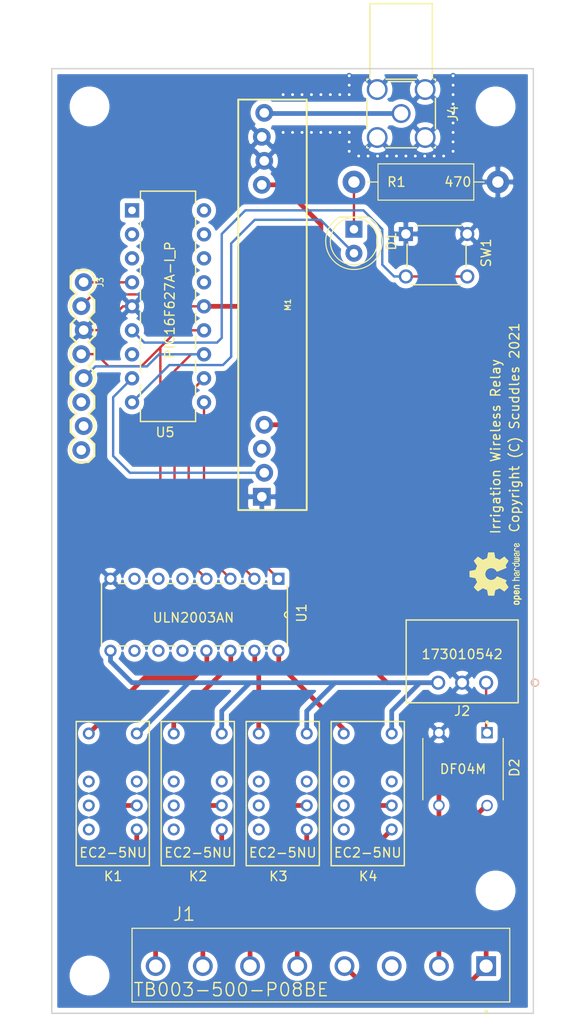
<source format=kicad_pcb>
(kicad_pcb (version 20171130) (host pcbnew "(5.1.7)-1")
  (layers (0 Top signal) (31 Bottom signal) (34 B.Paste user) (35 F.Paste user) (36 B.SilkS user) (37 F.SilkS user) (38 B.Mask user) (39 F.Mask user) (44 Edge.Cuts user))
  (net 0 "")
  (net 1 "Net-(D1-Pad1)")
  (net 2 /Logic/LED)
  (net 3 "/Power Supply/AC_NEUTRAL")
  (net 4 "/Power Supply/AC_LINE")
  (net 5 Vss)
  (net 6 "Net-(D2-Pad1)")
  (net 7 /Switching/OUT_1)
  (net 8 /Switching/OUT_2)
  (net 9 /Switching/OUT_3)
  (net 10 /Switching/OUT_4)
  (net 11 "Net-(J1-Pad3)")
  (net 12 Vdd)
  (net 13 "Net-(J3-Pad8)")
  (net 14 "Net-(J3-Pad7)")
  (net 15 "Net-(J3-Pad6)")
  (net 16 /Switching/IN_3)
  (net 17 /Switching/IN_4)
  (net 18 "Net-(J3-Pad1)")
  (net 19 "Net-(J4-Pad1)")
  (net 20 "Net-(K1-Pad1)")
  (net 21 "Net-(K1-Pad2)")
  (net 22 "Net-(K1-Pad3)")
  (net 23 "Net-(K1-Pad4)")
  (net 24 "Net-(K1-Pad7)")
  (net 25 "Net-(K2-Pad1)")
  (net 26 "Net-(K2-Pad2)")
  (net 27 "Net-(K2-Pad3)")
  (net 28 "Net-(K2-Pad4)")
  (net 29 "Net-(K2-Pad7)")
  (net 30 "Net-(K3-Pad1)")
  (net 31 "Net-(K3-Pad2)")
  (net 32 "Net-(K3-Pad3)")
  (net 33 "Net-(K3-Pad4)")
  (net 34 "Net-(K3-Pad7)")
  (net 35 "Net-(K4-Pad1)")
  (net 36 "Net-(K4-Pad2)")
  (net 37 "Net-(K4-Pad3)")
  (net 38 "Net-(K4-Pad4)")
  (net 39 "Net-(K4-Pad7)")
  (net 40 /Logic/Data)
  (net 41 /Logic/Button)
  (net 42 /Switching/IN_1)
  (net 43 /Switching/IN_2)
  (net 44 "Net-(U1-Pad5)")
  (net 45 "Net-(U1-Pad6)")
  (net 46 "Net-(U1-Pad7)")
  (net 47 "Net-(U1-Pad10)")
  (net 48 "Net-(U1-Pad11)")
  (net 49 "Net-(U1-Pad12)")
  (net 50 "Net-(U5-Pad18)")
  (net 51 "Net-(U5-Pad17)")
  (net 52 "Net-(U5-Pad16)")
  (net 53 "Net-(U5-Pad15)")
  (net 54 "Net-(U5-Pad7)")
  (net 55 "Net-(U5-Pad3)")
  (net 56 "Net-(U5-Pad2)")
  (net 57 "Net-(U5-Pad1)")
  (module Symbol:OSHW-Logo2_7.3x6mm_SilkScreen (layer Top) (at 160 102.5 90)
    (fp_text reference REF** hide)
    (fp_text value OSHW-Logo2_7.3x6mm_SilkScreen hide)
  )
  (module MountingHole:MountingHole_3.2mm_M3 (layer Top) (at 160 136)
    (fp_text reference REF** hide)
    (fp_text value MountingHole_3.2mm_M3)
    (pad 1 np_thru_hole circle (at 0 0) (size 3.2 3.2) (drill 3.2) (layers *.Cu *.Mask))
  )
  (module MountingHole:MountingHole_3.2mm_M3 (layer Top) (at 117 145)
    (fp_text reference REF** hide)
    (fp_text value MountingHole_3.2mm_M3)
    (pad 1 np_thru_hole circle (at 0 0) (size 3.2 3.2) (drill 3.2) (layers *.Cu *.Mask))
  )
  (module MountingHole:MountingHole_3.2mm_M3 (layer Top) (at 160 53)
    (fp_text reference REF** hide)
    (fp_text value MountingHole_3.2mm_M3)
    (pad 1 np_thru_hole circle (at 0 0) (size 3.2 3.2) (drill 3.2) (layers *.Cu *.Mask))
  )
  (module MountingHole:MountingHole_3.2mm_M3 (layer Top) (at 117 53)
    (fp_text reference REF** hide)
    (fp_text value MountingHole_3.2mm_M3)
    (pad 1 np_thru_hole circle (at 0 0) (size 3.2 3.2) (drill 3.2) (layers *.Cu *.Mask))
  )
  (module rx:PIC16F627A-I&slash_P (layer Top) (at 121.5 64)
    (fp_text reference U5 (at 3.5 23.5) (layer F.SilkS))
    (fp_text value PIC16F627A-I_P (at 4 9.5 270) (layer F.SilkS))
    (pad 18 thru_hole circle (at 7.62 0) (size 1.524 1.524) (drill 0.8128) (layers *.Cu *.Mask) (net 50 "Net-(U5-Pad18)"))
    (pad 17 thru_hole circle (at 7.62 2.54) (size 1.524 1.524) (drill 0.8128) (layers *.Cu *.Mask) (net 51 "Net-(U5-Pad17)"))
    (pad 16 thru_hole circle (at 7.62 5.08) (size 1.524 1.524) (drill 0.8128) (layers *.Cu *.Mask) (net 52 "Net-(U5-Pad16)"))
    (pad 15 thru_hole circle (at 7.62 7.62) (size 1.524 1.524) (drill 0.8128) (layers *.Cu *.Mask) (net 53 "Net-(U5-Pad15)"))
    (pad 14 thru_hole circle (at 7.62 10.16) (size 1.524 1.524) (drill 0.8128) (layers *.Cu *.Mask) (net 12 Vdd))
    (pad 13 thru_hole circle (at 7.62 12.7) (size 1.524 1.524) (drill 0.8128) (layers *.Cu *.Mask) (net 17 /Switching/IN_4))
    (pad 12 thru_hole circle (at 7.62 15.24) (size 1.524 1.524) (drill 0.8128) (layers *.Cu *.Mask) (net 16 /Switching/IN_3))
    (pad 11 thru_hole circle (at 7.62 17.78) (size 1.524 1.524) (drill 0.8128) (layers *.Cu *.Mask) (net 43 /Switching/IN_2))
    (pad 10 thru_hole circle (at 7.62 20.32) (size 1.524 1.524) (drill 0.8128) (layers *.Cu *.Mask) (net 42 /Switching/IN_1))
    (pad 9 thru_hole circle (at 0 20.32) (size 1.524 1.524) (drill 0.8128) (layers *.Cu *.Mask) (net 2 /Logic/LED))
    (pad 8 thru_hole circle (at 0 17.78) (size 1.524 1.524) (drill 0.8128) (layers *.Cu *.Mask) (net 40 /Logic/Data))
    (pad 7 thru_hole circle (at 0 15.24) (size 1.524 1.524) (drill 0.8128) (layers *.Cu *.Mask) (net 54 "Net-(U5-Pad7)"))
    (pad 6 thru_hole circle (at 0 12.7) (size 1.524 1.524) (drill 0.8128) (layers *.Cu *.Mask) (net 41 /Logic/Button))
    (pad 5 thru_hole circle (at 0 10.16) (size 1.524 1.524) (drill 0.8128) (layers *.Cu *.Mask) (net 5 Vss))
    (pad 4 thru_hole circle (at 0 7.62) (size 1.524 1.524) (drill 0.8128) (layers *.Cu *.Mask) (net 18 "Net-(J3-Pad1)"))
    (pad 3 thru_hole circle (at 0 5.08) (size 1.524 1.524) (drill 0.8128) (layers *.Cu *.Mask) (net 55 "Net-(U5-Pad3)"))
    (pad 2 thru_hole circle (at 0 2.54) (size 1.524 1.524) (drill 0.8128) (layers *.Cu *.Mask) (net 56 "Net-(U5-Pad2)"))
    (pad 1 thru_hole rect (at 0 0) (size 1.524 1.524) (drill 0.8128) (layers *.Cu *.Mask) (net 57 "Net-(U5-Pad1)"))
  )
  (module rx:ULN2003AN (layer Top) (at 119.22 110.62 270)
    (fp_text reference U1 (at -4 -20.24 90) (layer F.SilkS))
    (fp_text value ULN2003AN (at -3.5 -8.78 180) (layer F.SilkS))
    (pad 1 thru_hole rect (at -7.62 -17.78 270) (size 1.2954 1.2954) (drill 0.7874) (layers *.Cu *.Mask) (net 42 /Switching/IN_1))
    (pad 2 thru_hole circle (at -7.62 -15.24 270) (size 1.2954 1.2954) (drill 0.7874) (layers *.Cu *.Mask) (net 43 /Switching/IN_2))
    (pad 3 thru_hole circle (at -7.62 -12.7 270) (size 1.2954 1.2954) (drill 0.7874) (layers *.Cu *.Mask) (net 16 /Switching/IN_3))
    (pad 4 thru_hole circle (at -7.62 -10.16 270) (size 1.2954 1.2954) (drill 0.7874) (layers *.Cu *.Mask) (net 17 /Switching/IN_4))
    (pad 5 thru_hole circle (at -7.62 -7.62 270) (size 1.2954 1.2954) (drill 0.7874) (layers *.Cu *.Mask) (net 44 "Net-(U1-Pad5)"))
    (pad 6 thru_hole circle (at -7.62 -5.08 270) (size 1.2954 1.2954) (drill 0.7874) (layers *.Cu *.Mask) (net 45 "Net-(U1-Pad6)"))
    (pad 7 thru_hole circle (at -7.62 -2.54 270) (size 1.2954 1.2954) (drill 0.7874) (layers *.Cu *.Mask) (net 46 "Net-(U1-Pad7)"))
    (pad 8 thru_hole circle (at -7.62 0 270) (size 1.2954 1.2954) (drill 0.7874) (layers *.Cu *.Mask) (net 5 Vss))
    (pad 9 thru_hole circle (at 0 0 270) (size 1.2954 1.2954) (drill 0.7874) (layers *.Cu *.Mask) (net 12 Vdd))
    (pad 10 thru_hole circle (at 0 -2.54 270) (size 1.2954 1.2954) (drill 0.7874) (layers *.Cu *.Mask) (net 47 "Net-(U1-Pad10)"))
    (pad 11 thru_hole circle (at 0 -5.08 270) (size 1.2954 1.2954) (drill 0.7874) (layers *.Cu *.Mask) (net 48 "Net-(U1-Pad11)"))
    (pad 12 thru_hole circle (at 0 -7.62 270) (size 1.2954 1.2954) (drill 0.7874) (layers *.Cu *.Mask) (net 49 "Net-(U1-Pad12)"))
    (pad 13 thru_hole circle (at 0 -10.16 270) (size 1.2954 1.2954) (drill 0.7874) (layers *.Cu *.Mask) (net 20 "Net-(K1-Pad1)"))
    (pad 14 thru_hole circle (at 0 -12.7 270) (size 1.2954 1.2954) (drill 0.7874) (layers *.Cu *.Mask) (net 25 "Net-(K2-Pad1)"))
    (pad 15 thru_hole circle (at 0 -15.24 270) (size 1.2954 1.2954) (drill 0.7874) (layers *.Cu *.Mask) (net 30 "Net-(K3-Pad1)"))
    (pad 16 thru_hole circle (at 0 -17.78 270) (size 1.2954 1.2954) (drill 0.7874) (layers *.Cu *.Mask) (net 35 "Net-(K4-Pad1)"))
  )
  (module rx:1825910-6 (layer Top) (at 157 71)
    (fp_text reference SW1 (at 2 -2.5 90) (layer F.SilkS))
    (fp_text value 1825910-6 hide)
    (pad 2 thru_hole circle (at 0.000001 -4.500001) (size 1.4986 1.4986) (drill 0.9906) (layers *.Cu *.Mask) (net 5 Vss))
    (pad 4 thru_hole circle (at 0.000001 0) (size 1.4986 1.4986) (drill 0.9906) (layers *.Cu *.Mask) (net 41 /Logic/Button))
    (pad 3 thru_hole circle (at -6.500001 0) (size 1.4986 1.4986) (drill 0.9906) (layers *.Cu *.Mask) (net 41 /Logic/Button))
    (pad 1 thru_hole rect (at -6.500001 -4.500001) (size 1.4986 1.4986) (drill 0.9906) (layers *.Cu *.Mask) (net 5 Vss))
  )
  (module rx:R_Axial_DIN0411_L9.9mm_D3.6mm_P15.24mm_Horizontal (layer Top) (at 145 61)
    (fp_text reference R1 (at 4.5 0) (layer F.SilkS))
    (fp_text value 470 (at 11 0) (layer F.SilkS))
    (pad 1 thru_hole circle (at 0 0) (size 2.4 2.4) (drill 1.2) (layers *.Cu *.Mask) (net 1 "Net-(D1-Pad1)"))
    (pad 2 thru_hole oval (at 15.24 0) (size 2.4 2.4) (drill 1.2) (layers *.Cu *.Mask) (net 5 Vss))
  )
  (module rx:RF-LINK_RX (layer Top) (at 135.373 74 90)
    (fp_text reference M1 (at 0 2.627 90) (layer F.SilkS) (effects (font (size 0.6096 0.6096) (thickness 0.127))))
    (fp_text value RF-LINK_RX hide)
    (pad +5V@ thru_hole circle (at -12.7 0.127 90) (size 1.8796 1.8796) (drill 1.016) (layers *.Cu *.Mask) (net 12 Vdd))
    (pad +5V@ thru_hole circle (at 12.7 -0.127 90) (size 1.8796 1.8796) (drill 1.016) (layers *.Cu *.Mask) (net 12 Vdd))
    (pad ANT thru_hole circle (at 20.32 0.127 90) (size 1.8796 1.8796) (drill 1.016) (layers *.Cu *.Mask) (net 19 "Net-(J4-Pad1)"))
    (pad DATA thru_hole circle (at -17.78 0.127 90) (size 1.8796 1.8796) (drill 1.016) (layers *.Cu *.Mask) (net 40 /Logic/Data))
    (pad DATA thru_hole circle (at -15.24 -0.127 90) (size 1.8796 1.8796) (drill 1.016) (layers *.Cu *.Mask) (net 40 /Logic/Data))
    (pad GND@ thru_hole rect (at -20.32 -0.127 90) (size 1.8796 1.8796) (drill 1.016) (layers *.Cu *.Mask) (net 5 Vss))
    (pad GND@ thru_hole circle (at 15.24 0.127 90) (size 1.8796 1.8796) (drill 1.016) (layers *.Cu *.Mask) (net 5 Vss))
    (pad GND@ thru_hole circle (at 17.78 -0.127 90) (size 1.8796 1.8796) (drill 1.016) (layers *.Cu *.Mask) (net 5 Vss))
  )
  (module rx:EC2-5NU (layer Top) (at 143.92 119.38)
    (fp_text reference K4 (at 2.58 15.12) (layer F.SilkS))
    (fp_text value EC2-5NU (at 2.54 12.62) (layer F.SilkS))
    (pad 1 thru_hole circle (at 0 0) (size 1.27 1.27) (drill 0.762) (layers *.Cu *.Mask) (net 35 "Net-(K4-Pad1)"))
    (pad 2 thru_hole circle (at 0 5.08) (size 1.27 1.27) (drill 0.762) (layers *.Cu *.Mask) (net 36 "Net-(K4-Pad2)"))
    (pad 3 thru_hole circle (at 0 7.62) (size 1.27 1.27) (drill 0.762) (layers *.Cu *.Mask) (net 37 "Net-(K4-Pad3)"))
    (pad 4 thru_hole circle (at 0 10.16) (size 1.27 1.27) (drill 0.762) (layers *.Cu *.Mask) (net 38 "Net-(K4-Pad4)"))
    (pad 5 thru_hole circle (at 5.08 10.16) (size 1.27 1.27) (drill 0.762) (layers *.Cu *.Mask) (net 10 /Switching/OUT_4))
    (pad 6 thru_hole circle (at 5.08 7.62) (size 1.27 1.27) (drill 0.762) (layers *.Cu *.Mask) (net 4 "/Power Supply/AC_LINE"))
    (pad 7 thru_hole circle (at 5.08 5.08) (size 1.27 1.27) (drill 0.762) (layers *.Cu *.Mask) (net 39 "Net-(K4-Pad7)"))
    (pad 8 thru_hole circle (at 5.08 0) (size 1.27 1.27) (drill 0.762) (layers *.Cu *.Mask) (net 12 Vdd))
  )
  (module rx:EC2-5NU (layer Top) (at 134.92 119.38)
    (fp_text reference K3 (at 2.08 15.12) (layer F.SilkS))
    (fp_text value EC2-5NU (at 2.54 12.62) (layer F.SilkS))
    (pad 1 thru_hole circle (at 0 0) (size 1.27 1.27) (drill 0.762) (layers *.Cu *.Mask) (net 30 "Net-(K3-Pad1)"))
    (pad 2 thru_hole circle (at 0 5.08) (size 1.27 1.27) (drill 0.762) (layers *.Cu *.Mask) (net 31 "Net-(K3-Pad2)"))
    (pad 3 thru_hole circle (at 0 7.62) (size 1.27 1.27) (drill 0.762) (layers *.Cu *.Mask) (net 32 "Net-(K3-Pad3)"))
    (pad 4 thru_hole circle (at 0 10.16) (size 1.27 1.27) (drill 0.762) (layers *.Cu *.Mask) (net 33 "Net-(K3-Pad4)"))
    (pad 5 thru_hole circle (at 5.08 10.16) (size 1.27 1.27) (drill 0.762) (layers *.Cu *.Mask) (net 9 /Switching/OUT_3))
    (pad 6 thru_hole circle (at 5.08 7.62) (size 1.27 1.27) (drill 0.762) (layers *.Cu *.Mask) (net 4 "/Power Supply/AC_LINE"))
    (pad 7 thru_hole circle (at 5.08 5.08) (size 1.27 1.27) (drill 0.762) (layers *.Cu *.Mask) (net 34 "Net-(K3-Pad7)"))
    (pad 8 thru_hole circle (at 5.08 0) (size 1.27 1.27) (drill 0.762) (layers *.Cu *.Mask) (net 12 Vdd))
  )
  (module rx:EC2-5NU (layer Top) (at 125.92 119.38)
    (fp_text reference K2 (at 2.58 15.12) (layer F.SilkS))
    (fp_text value EC2-5NU (at 2.58 12.62) (layer F.SilkS))
    (pad 1 thru_hole circle (at 0 0) (size 1.27 1.27) (drill 0.762) (layers *.Cu *.Mask) (net 25 "Net-(K2-Pad1)"))
    (pad 2 thru_hole circle (at 0 5.08) (size 1.27 1.27) (drill 0.762) (layers *.Cu *.Mask) (net 26 "Net-(K2-Pad2)"))
    (pad 3 thru_hole circle (at 0 7.62) (size 1.27 1.27) (drill 0.762) (layers *.Cu *.Mask) (net 27 "Net-(K2-Pad3)"))
    (pad 4 thru_hole circle (at 0 10.16) (size 1.27 1.27) (drill 0.762) (layers *.Cu *.Mask) (net 28 "Net-(K2-Pad4)"))
    (pad 5 thru_hole circle (at 5.08 10.16) (size 1.27 1.27) (drill 0.762) (layers *.Cu *.Mask) (net 8 /Switching/OUT_2))
    (pad 6 thru_hole circle (at 5.08 7.62) (size 1.27 1.27) (drill 0.762) (layers *.Cu *.Mask) (net 4 "/Power Supply/AC_LINE"))
    (pad 7 thru_hole circle (at 5.08 5.08) (size 1.27 1.27) (drill 0.762) (layers *.Cu *.Mask) (net 29 "Net-(K2-Pad7)"))
    (pad 8 thru_hole circle (at 5.08 0) (size 1.27 1.27) (drill 0.762) (layers *.Cu *.Mask) (net 12 Vdd))
  )
  (module rx:EC2-5NU (layer Top) (at 116.92 119.38)
    (fp_text reference K1 (at 2.58 15.12) (layer F.SilkS))
    (fp_text value EC2-5NU (at 2.58 12.62) (layer F.SilkS))
    (pad 1 thru_hole circle (at 0 0) (size 1.27 1.27) (drill 0.762) (layers *.Cu *.Mask) (net 20 "Net-(K1-Pad1)"))
    (pad 2 thru_hole circle (at 0 5.08) (size 1.27 1.27) (drill 0.762) (layers *.Cu *.Mask) (net 21 "Net-(K1-Pad2)"))
    (pad 3 thru_hole circle (at 0 7.62) (size 1.27 1.27) (drill 0.762) (layers *.Cu *.Mask) (net 22 "Net-(K1-Pad3)"))
    (pad 4 thru_hole circle (at 0 10.16) (size 1.27 1.27) (drill 0.762) (layers *.Cu *.Mask) (net 23 "Net-(K1-Pad4)"))
    (pad 5 thru_hole circle (at 5.08 10.16) (size 1.27 1.27) (drill 0.762) (layers *.Cu *.Mask) (net 7 /Switching/OUT_1))
    (pad 6 thru_hole circle (at 5.08 7.62) (size 1.27 1.27) (drill 0.762) (layers *.Cu *.Mask) (net 4 "/Power Supply/AC_LINE"))
    (pad 7 thru_hole circle (at 5.08 5.08) (size 1.27 1.27) (drill 0.762) (layers *.Cu *.Mask) (net 24 "Net-(K1-Pad7)"))
    (pad 8 thru_hole circle (at 5.08 0) (size 1.27 1.27) (drill 0.762) (layers *.Cu *.Mask) (net 12 Vdd))
  )
  (module rx:RF2-03E-T-00-50-G (layer Top) (at 150 53.75)
    (fp_text reference J4 (at 5.5 0 90) (layer F.SilkS))
    (fp_text value RF2-03E-T-00-50-G hide)
    (pad 5 thru_hole circle (at 2.54 -2.54) (size 2.2098 2.2098) (drill 1.7018) (layers *.Cu *.Mask) (net 5 Vss))
    (pad 4 thru_hole circle (at 2.54 2.54) (size 2.2098 2.2098) (drill 1.7018) (layers *.Cu *.Mask) (net 5 Vss))
    (pad 3 thru_hole circle (at -2.54 2.54) (size 2.2098 2.2098) (drill 1.7018) (layers *.Cu *.Mask) (net 5 Vss))
    (pad 2 thru_hole circle (at -2.54 -2.54) (size 2.2098 2.2098) (drill 1.7018) (layers *.Cu *.Mask) (net 5 Vss))
    (pad 1 thru_hole circle (at 0 0) (size 2.0066 2.0066) (drill 1.4986) (layers *.Cu *.Mask) (net 19 "Net-(J4-Pad1)"))
  )
  (module rx:1X08_LOCK (layer Top) (at 116.25 71.6 270)
    (fp_text reference J3 (at 0 -1.905 90) (layer F.SilkS) (effects (font (size 0.6096 0.6096) (thickness 0.127))))
    (fp_text value CONN_08LOCK hide)
    (pad 8 thru_hole circle (at 17.78 0.127 270) (size 1.8796 1.8796) (drill 1.016) (layers *.Cu *.Mask) (net 13 "Net-(J3-Pad8)"))
    (pad 7 thru_hole circle (at 15.24 -0.127 270) (size 1.8796 1.8796) (drill 1.016) (layers *.Cu *.Mask) (net 14 "Net-(J3-Pad7)"))
    (pad 6 thru_hole circle (at 12.7 0.127 270) (size 1.8796 1.8796) (drill 1.016) (layers *.Cu *.Mask) (net 15 "Net-(J3-Pad6)"))
    (pad 5 thru_hole circle (at 10.16 -0.127 270) (size 1.8796 1.8796) (drill 1.016) (layers *.Cu *.Mask) (net 16 /Switching/IN_3))
    (pad 4 thru_hole circle (at 7.62 0.127 270) (size 1.8796 1.8796) (drill 1.016) (layers *.Cu *.Mask) (net 17 /Switching/IN_4))
    (pad 3 thru_hole circle (at 5.08 -0.127 270) (size 1.8796 1.8796) (drill 1.016) (layers *.Cu *.Mask) (net 5 Vss))
    (pad 2 thru_hole circle (at 2.54 0.127 270) (size 1.8796 1.8796) (drill 1.016) (layers *.Cu *.Mask) (net 12 Vdd))
    (pad 1 thru_hole circle (at 0 -0.127 270) (size 1.8796 1.8796) (drill 1.016) (layers *.Cu *.Mask) (net 18 "Net-(J3-Pad1)"))
  )
  (module rx:173010542 (layer Top) (at 159 114 180)
    (fp_text reference J2 (at 2.54 -3) (layer F.SilkS))
    (fp_text value 173010542 (at 2.54 3) (layer F.SilkS))
    (pad 3 thru_hole circle (at 5.08 0 180) (size 1.4986 1.4986) (drill 0.9906) (layers *.Cu *.Mask) (net 12 Vdd))
    (pad 2 thru_hole circle (at 2.54 0 180) (size 1.4986 1.4986) (drill 0.9906) (layers *.Cu *.Mask) (net 5 Vss))
    (pad 1 thru_hole circle (at 0 0 180) (size 1.4986 1.4986) (drill 0.9906) (layers *.Cu *.Mask) (net 6 "Net-(D2-Pad1)"))
  )
  (module rx:CUI_TB003-500-P08BE (layer Top) (at 159 144 180)
    (fp_text reference J1 (at 32 5.5) (layer F.SilkS) (effects (font (size 1.4 1.4))))
    (fp_text value TB003-500-P08BE (at 27 -2.5) (layer F.SilkS) (effects (font (size 1.4 1.4))))
    (pad 8 thru_hole circle (at 35 0 180) (size 2.1 2.1) (drill 1.4) (layers *.Cu *.Mask) (net 7 /Switching/OUT_1))
    (pad 7 thru_hole circle (at 30 0 180) (size 2.1 2.1) (drill 1.4) (layers *.Cu *.Mask) (net 8 /Switching/OUT_2))
    (pad 6 thru_hole circle (at 25 0 180) (size 2.1 2.1) (drill 1.4) (layers *.Cu *.Mask) (net 9 /Switching/OUT_3))
    (pad 5 thru_hole circle (at 20 0 180) (size 2.1 2.1) (drill 1.4) (layers *.Cu *.Mask) (net 10 /Switching/OUT_4))
    (pad 4 thru_hole circle (at 15 0 180) (size 2.1 2.1) (drill 1.4) (layers *.Cu *.Mask) (net 3 "/Power Supply/AC_NEUTRAL"))
    (pad 3 thru_hole circle (at 10 0 180) (size 2.1 2.1) (drill 1.4) (layers *.Cu *.Mask) (net 11 "Net-(J1-Pad3)"))
    (pad 2 thru_hole circle (at 5 0 180) (size 2.1 2.1) (drill 1.4) (layers *.Cu *.Mask) (net 4 "/Power Supply/AC_LINE"))
    (pad 1 thru_hole rect (at 0 0 180) (size 2.1 2.1) (drill 1.4) (layers *.Cu *.Mask) (net 3 "/Power Supply/AC_NEUTRAL"))
  )
  (module rx:DF04M (layer Top) (at 156.55 123.15 270)
    (fp_text reference D2 (at -0.15 -5.45 90) (layer F.SilkS))
    (fp_text value DF04M (at 0 0 180) (layer F.SilkS))
    (pad 4 thru_hole circle (at 3.85 -2.55 270) (size 1.21 1.21) (drill 0.86) (layers *.Cu *.Mask) (net 3 "/Power Supply/AC_NEUTRAL"))
    (pad 3 thru_hole circle (at 3.85 2.55 270) (size 1.21 1.21) (drill 0.86) (layers *.Cu *.Mask) (net 4 "/Power Supply/AC_LINE"))
    (pad 2 thru_hole circle (at -3.85 2.55 270) (size 1.21 1.21) (drill 0.86) (layers *.Cu *.Mask) (net 5 Vss))
    (pad 1 thru_hole rect (at -3.85 -2.55 270) (size 1.21 1.21) (drill 0.86) (layers *.Cu *.Mask) (net 6 "Net-(D2-Pad1)"))
  )
  (module rx:LED_D5.0mm (layer Top) (at 145 66 270)
    (fp_text reference D1 (at 1.27 -3.96 90) (layer F.SilkS))
    (fp_text value LED)
    (pad 1 thru_hole rect (at 0 0 270) (size 1.8 1.8) (drill 0.9) (layers *.Cu *.Mask) (net 1 "Net-(D1-Pad1)"))
    (pad 2 thru_hole circle (at 2.54 0 270) (size 1.8 1.8) (drill 0.9) (layers *.Cu *.Mask) (net 2 /Logic/LED))
  )
  (gr_text "Irrigation Wireless Relay" (at 160 89 90) (layer F.SilkS) (effects (font (size 1 1))))
  (gr_text "Copyright (C) Scuddles 2021" (at 162 87 90) (layer F.SilkS) (effects (font (size 1 1))))
  (gr_line (start 164 49) (end 113 49) (layer Edge.Cuts) (width 0.15))
  (gr_line (start 164 149) (end 164 49) (layer Edge.Cuts) (width 0.15))
  (gr_line (start 113 149) (end 164 149) (layer Edge.Cuts) (width 0.15))
  (gr_line (start 113 49) (end 113 149) (layer Edge.Cuts) (width 0.15))
  (segment (start 145 66) (end 145 61) (width 0.25) (layer Top) (net 1))
  (segment (start 125.442999 80.377001) (end 121.5 84.32) (width 0.25) (layer Bottom) (net 2))
  (segment (start 132 79.5) (end 131.122999 80.377001) (width 0.25) (layer Bottom) (net 2))
  (segment (start 132 67.5) (end 132 79.5) (width 0.25) (layer Bottom) (net 2))
  (segment (start 131.122999 80.377001) (end 125.442999 80.377001) (width 0.25) (layer Bottom) (net 2))
  (segment (start 134.5 65) (end 132 67.5) (width 0.25) (layer Bottom) (net 2))
  (segment (start 141.46 65) (end 134.5 65) (width 0.25) (layer Bottom) (net 2))
  (segment (start 145 68.54) (end 141.46 65) (width 0.25) (layer Bottom) (net 2))
  (segment (start 159 144) (end 159 141) (width 0.5) (layer Top) (net 3))
  (segment (start 159 141) (end 155.5 137.5) (width 0.5) (layer Top) (net 3))
  (segment (start 155.5 130.5) (end 159 127) (width 0.5) (layer Top) (net 3))
  (segment (start 155.5 137.5) (end 155.5 130.5) (width 0.5) (layer Top) (net 3))
  (segment (start 146.5 146.5) (end 156.5 146.5) (width 0.5) (layer Top) (net 3))
  (segment (start 156.5 146.5) (end 159 144) (width 0.5) (layer Top) (net 3))
  (segment (start 144 144) (end 146.5 146.5) (width 0.5) (layer Top) (net 3))
  (segment (start 121 122) (end 119.5 123.5) (width 0.5) (layer Top) (net 4))
  (segment (start 119.5 123.5) (end 119.5 126) (width 0.5) (layer Top) (net 4))
  (segment (start 120.5 127) (end 122 127) (width 0.5) (layer Top) (net 4))
  (segment (start 119.5 126) (end 120.5 127) (width 0.5) (layer Top) (net 4))
  (segment (start 131 127) (end 129.5 127) (width 0.5) (layer Top) (net 4))
  (segment (start 129.5 127) (end 128.5 126) (width 0.5) (layer Top) (net 4))
  (segment (start 128.5 126) (end 128.5 122) (width 0.5) (layer Top) (net 4))
  (segment (start 128.5 122) (end 121 122) (width 0.5) (layer Top) (net 4))
  (segment (start 140 127) (end 138.5 127) (width 0.5) (layer Top) (net 4))
  (segment (start 137.5 126) (end 137.5 122) (width 0.5) (layer Top) (net 4))
  (segment (start 138.5 127) (end 137.5 126) (width 0.5) (layer Top) (net 4))
  (segment (start 137.5 122) (end 128.5 122) (width 0.5) (layer Top) (net 4))
  (segment (start 149 127) (end 147.5 127) (width 0.5) (layer Top) (net 4))
  (segment (start 147.5 127) (end 146.5 126) (width 0.5) (layer Top) (net 4))
  (segment (start 146.5 125.465198) (end 146.5 122) (width 0.5) (layer Top) (net 4))
  (segment (start 146.5 126) (end 146.5 125.465198) (width 0.5) (layer Top) (net 4))
  (segment (start 146.5 122) (end 137.5 122) (width 0.5) (layer Top) (net 4))
  (segment (start 152 122) (end 146.5 122) (width 0.5) (layer Top) (net 4))
  (segment (start 154 127.1) (end 153.9 127) (width 0.25) (layer Top) (net 4))
  (segment (start 154 127) (end 154 144) (width 0.5) (layer Top) (net 4))
  (segment (start 154 127) (end 154 124) (width 0.5) (layer Top) (net 4))
  (segment (start 154 124) (end 152 122) (width 0.5) (layer Top) (net 4))
  (segment (start 116.377 76.68) (end 118.02 76.68) (width 0.25) (layer Top) (net 5))
  (segment (start 120.54 74.16) (end 121.5 74.16) (width 0.25) (layer Top) (net 5))
  (segment (start 118.02 76.68) (end 120.54 74.16) (width 0.25) (layer Top) (net 5))
  (via (at 144.5 49.75) (size 0.6) (drill 0.3) (layers Top Bottom) (net 5))
  (via (at 144.5 50.75) (size 0.6) (drill 0.3) (layers Top Bottom) (net 5))
  (via (at 144.5 51.75) (size 0.6) (drill 0.3) (layers Top Bottom) (net 5))
  (via (at 144.5 55.75) (size 0.6) (drill 0.3) (layers Top Bottom) (net 5))
  (via (at 144.5 56.75) (size 0.6) (drill 0.3) (layers Top Bottom) (net 5))
  (via (at 144.5 57.75) (size 0.6) (drill 0.3) (layers Top Bottom) (net 5))
  (via (at 145.5 58.25) (size 0.6) (drill 0.3) (layers Top Bottom) (net 5))
  (via (at 146.5 58.25) (size 0.6) (drill 0.3) (layers Top Bottom) (net 5))
  (via (at 147.5 58.25) (size 0.6) (drill 0.3) (layers Top Bottom) (net 5))
  (via (at 148.5 58.25) (size 0.6) (drill 0.3) (layers Top Bottom) (net 5))
  (via (at 149.5 58.25) (size 0.6) (drill 0.3) (layers Top Bottom) (net 5))
  (via (at 150.5 58.25) (size 0.6) (drill 0.3) (layers Top Bottom) (net 5))
  (via (at 151.5 58.25) (size 0.6) (drill 0.3) (layers Top Bottom) (net 5))
  (via (at 152.5 58.25) (size 0.6) (drill 0.3) (layers Top Bottom) (net 5))
  (via (at 153.5 58.25) (size 0.6) (drill 0.3) (layers Top Bottom) (net 5))
  (via (at 154.5 58.25) (size 0.6) (drill 0.3) (layers Top Bottom) (net 5))
  (via (at 155.5 49.75) (size 0.6) (drill 0.3) (layers Top Bottom) (net 5))
  (via (at 155.5 50.75) (size 0.6) (drill 0.3) (layers Top Bottom) (net 5))
  (via (at 155.5 51.75) (size 0.6) (drill 0.3) (layers Top Bottom) (net 5))
  (via (at 155.5 52.75) (size 0.6) (drill 0.3) (layers Top Bottom) (net 5))
  (via (at 155.5 53.75) (size 0.6) (drill 0.3) (layers Top Bottom) (net 5))
  (via (at 155.5 54.75) (size 0.6) (drill 0.3) (layers Top Bottom) (net 5))
  (via (at 155.5 55.75) (size 0.6) (drill 0.3) (layers Top Bottom) (net 5))
  (via (at 155.5 56.75) (size 0.6) (drill 0.3) (layers Top Bottom) (net 5))
  (via (at 155.5 57.75) (size 0.6) (drill 0.3) (layers Top Bottom) (net 5))
  (via (at 143.5 55.75) (size 0.6) (drill 0.3) (layers Top Bottom) (net 5))
  (via (at 142.5 55.75) (size 0.6) (drill 0.3) (layers Top Bottom) (net 5))
  (via (at 141.5 55.75) (size 0.6) (drill 0.3) (layers Top Bottom) (net 5))
  (via (at 140.5 55.75) (size 0.6) (drill 0.3) (layers Top Bottom) (net 5))
  (via (at 143.5 51.75) (size 0.6) (drill 0.3) (layers Top Bottom) (net 5))
  (via (at 142.5 51.75) (size 0.6) (drill 0.3) (layers Top Bottom) (net 5))
  (via (at 141.5 51.75) (size 0.6) (drill 0.3) (layers Top Bottom) (net 5))
  (via (at 140.5 51.75) (size 0.6) (drill 0.3) (layers Top Bottom) (net 5))
  (via (at 139.5 51.75) (size 0.6) (drill 0.3) (layers Top Bottom) (net 5))
  (via (at 138.5 51.75) (size 0.6) (drill 0.3) (layers Top Bottom) (net 5))
  (via (at 137.5 51.75) (size 0.6) (drill 0.3) (layers Top Bottom) (net 5))
  (via (at 139.5 55.75) (size 0.6) (drill 0.3) (layers Top Bottom) (net 5))
  (via (at 138.5 55.75) (size 0.6) (drill 0.3) (layers Top Bottom) (net 5))
  (via (at 137.5 55.75) (size 0.6) (drill 0.3) (layers Top Bottom) (net 5))
  (segment (start 159 119.2) (end 159.1 119.3) (width 0.25) (layer Top) (net 6))
  (segment (start 159 114) (end 159 119.2) (width 0.25) (layer Top) (net 6))
  (segment (start 124 144) (end 124 139.5) (width 0.5) (layer Top) (net 7))
  (segment (start 122 137.5) (end 122 129.54) (width 0.5) (layer Top) (net 7))
  (segment (start 124 139.5) (end 122 137.5) (width 0.5) (layer Top) (net 7))
  (segment (start 131 135.5) (end 131 129.54) (width 0.5) (layer Top) (net 8))
  (segment (start 129 139.5) (end 131 137.5) (width 0.5) (layer Top) (net 8))
  (segment (start 129 144) (end 129 139.5) (width 0.5) (layer Top) (net 8))
  (segment (start 131 137.5) (end 131 135.5) (width 0.5) (layer Top) (net 8))
  (segment (start 140 133.5) (end 140 129.54) (width 0.5) (layer Top) (net 9))
  (segment (start 134 139.5) (end 140 133.5) (width 0.5) (layer Top) (net 9))
  (segment (start 134 144) (end 134 139.5) (width 0.5) (layer Top) (net 9))
  (segment (start 139.04 139.5) (end 149 129.54) (width 0.5) (layer Top) (net 10))
  (segment (start 139 139.5) (end 139.04 139.5) (width 0.25) (layer Top) (net 10))
  (segment (start 139 144) (end 139 139.5) (width 0.5) (layer Top) (net 10))
  (segment (start 141.5 107) (end 141.5 90) (width 0.5) (layer Top) (net 12))
  (segment (start 148.5 114) (end 141.5 107) (width 0.5) (layer Top) (net 12))
  (segment (start 153.92 114) (end 148.5 114) (width 0.5) (layer Top) (net 12))
  (segment (start 137.3 61.3) (end 135.246 61.3) (width 0.5) (layer Top) (net 12))
  (segment (start 141.5 65.5) (end 137.3 61.3) (width 0.5) (layer Top) (net 12))
  (segment (start 141.5 76.5) (end 141.5 65.5) (width 0.5) (layer Top) (net 12))
  (segment (start 141.5 86.7) (end 141.5 76.5) (width 0.5) (layer Top) (net 12))
  (segment (start 139.7 86.7) (end 141.5 88.5) (width 0.5) (layer Top) (net 12))
  (segment (start 135.5 86.7) (end 139.7 86.7) (width 0.5) (layer Top) (net 12))
  (segment (start 141.5 88.5) (end 141.5 86.7) (width 0.5) (layer Top) (net 12))
  (segment (start 141.5 90) (end 141.5 88.5) (width 0.5) (layer Top) (net 12))
  (segment (start 139.16 74.16) (end 141.5 76.5) (width 0.5) (layer Top) (net 12))
  (segment (start 129.12 74.16) (end 139.16 74.16) (width 0.5) (layer Top) (net 12))
  (segment (start 122.12 119.38) (end 122 119.38) (width 0.25) (layer Bottom) (net 12))
  (segment (start 127.5 114) (end 122.12 119.38) (width 0.5) (layer Bottom) (net 12))
  (segment (start 131 119.38) (end 131 118) (width 0.25) (layer Bottom) (net 12))
  (segment (start 140 117) (end 143 114) (width 0.5) (layer Bottom) (net 12))
  (segment (start 143 114) (end 135 114) (width 0.5) (layer Bottom) (net 12))
  (segment (start 140 119.38) (end 140 117) (width 0.5) (layer Bottom) (net 12))
  (segment (start 149 119.38) (end 149 117) (width 0.5) (layer Bottom) (net 12))
  (segment (start 149 117) (end 152 114) (width 0.5) (layer Bottom) (net 12))
  (segment (start 152 114) (end 143 114) (width 0.5) (layer Bottom) (net 12))
  (segment (start 153.92 114) (end 152 114) (width 0.5) (layer Bottom) (net 12))
  (segment (start 131 119.38) (end 131 117) (width 0.5) (layer Bottom) (net 12))
  (segment (start 131 117) (end 134 114) (width 0.5) (layer Bottom) (net 12))
  (segment (start 134 114) (end 127.5 114) (width 0.5) (layer Bottom) (net 12))
  (segment (start 135 114) (end 134 114) (width 0.5) (layer Bottom) (net 12))
  (segment (start 127.5 114) (end 122.6 114) (width 0.5) (layer Bottom) (net 12))
  (segment (start 119.22 110.62) (end 119.22 111.72) (width 0.5) (layer Bottom) (net 12))
  (segment (start 121.5 114) (end 122.6 114) (width 0.5) (layer Bottom) (net 12))
  (segment (start 119.22 111.72) (end 121.5 114) (width 0.5) (layer Bottom) (net 12))
  (segment (start 127.16 74.16) (end 129.12 74.16) (width 0.25) (layer Top) (net 12))
  (segment (start 117.363 72.9) (end 117.2815 72.9815) (width 0.25) (layer Top) (net 12))
  (segment (start 125.9 72.9) (end 117.363 72.9) (width 0.25) (layer Top) (net 12))
  (segment (start 116.123 74.14) (end 117.2815 72.9815) (width 0.25) (layer Top) (net 12))
  (segment (start 125.9 72.9) (end 127.16 74.16) (width 0.25) (layer Top) (net 12))
  (segment (start 129.12 79.24) (end 127.76 79.24) (width 0.25) (layer Top) (net 16))
  (segment (start 126 81) (end 126 89) (width 0.25) (layer Top) (net 16))
  (segment (start 127.76 79.24) (end 126 81) (width 0.25) (layer Top) (net 16))
  (segment (start 126 97.08) (end 126 97) (width 0.25) (layer Top) (net 16))
  (segment (start 131.92 103) (end 126 97.08) (width 0.25) (layer Top) (net 16))
  (segment (start 126 89) (end 126 97) (width 0.25) (layer Top) (net 16))
  (segment (start 117.6185 80.5185) (end 116.377 81.76) (width 0.25) (layer Bottom) (net 16))
  (segment (start 124.36 79.24) (end 123.0815 80.5185) (width 0.25) (layer Bottom) (net 16))
  (segment (start 129.12 79.24) (end 124.36 79.24) (width 0.25) (layer Bottom) (net 16))
  (segment (start 117.6185 80.5185) (end 123.0815 80.5185) (width 0.25) (layer Bottom) (net 16))
  (segment (start 129.12 76.7) (end 126.3 76.7) (width 0.25) (layer Top) (net 17))
  (segment (start 126.3 76.7) (end 124.5 78.5) (width 0.25) (layer Top) (net 17))
  (segment (start 124.5 98.12) (end 124.5 97.5) (width 0.25) (layer Top) (net 17))
  (segment (start 129.38 103) (end 124.5 98.12) (width 0.25) (layer Top) (net 17))
  (segment (start 124.5 96) (end 124.5 97.5) (width 0.25) (layer Top) (net 17))
  (segment (start 124.5 90.5) (end 124.5 96) (width 0.25) (layer Top) (net 17))
  (segment (start 124.5 87.5) (end 124.5 90.5) (width 0.25) (layer Top) (net 17))
  (segment (start 124.5 78.5) (end 124.5 80.5) (width 0.25) (layer Top) (net 17))
  (segment (start 124.5 80.5) (end 124.5 87.5) (width 0.25) (layer Top) (net 17))
  (segment (start 117.72 79.22) (end 116.123 79.22) (width 0.25) (layer Top) (net 17))
  (segment (start 119 80.5) (end 117.72 79.22) (width 0.25) (layer Top) (net 17))
  (segment (start 122.5 80.5) (end 119 80.5) (width 0.25) (layer Top) (net 17))
  (segment (start 124.5 78.5) (end 122.5 80.5) (width 0.25) (layer Top) (net 17))
  (segment (start 116.397 71.62) (end 116.377 71.6) (width 0.25) (layer Top) (net 18))
  (segment (start 121.5 71.62) (end 116.397 71.62) (width 0.25) (layer Top) (net 18))
  (segment (start 135.57 53.75) (end 135.5 53.68) (width 0.25) (layer Top) (net 19))
  (segment (start 135.57 53.75) (end 135.5 53.68) (width 0.25) (layer Bottom) (net 19))
  (segment (start 150 53.75) (end 135.57 53.75) (width 0.5) (layer Bottom) (net 19))
  (segment (start 129.42 111) (end 129.42 112.08) (width 0.5) (layer Top) (net 20))
  (segment (start 129.42 112.08) (end 128 113.5) (width 0.5) (layer Top) (net 20))
  (segment (start 122.8 113.5) (end 116.92 119.38) (width 0.5) (layer Top) (net 20))
  (segment (start 128 113.5) (end 122.8 113.5) (width 0.5) (layer Top) (net 20))
  (segment (start 131.96 112.04) (end 131.96 111) (width 0.5) (layer Top) (net 25))
  (segment (start 125.92 118.08) (end 131.96 112.04) (width 0.5) (layer Top) (net 25))
  (segment (start 125.92 119.38) (end 125.92 118.08) (width 0.5) (layer Top) (net 25))
  (segment (start 134.5 112) (end 134.5 111) (width 0.5) (layer Top) (net 30))
  (segment (start 134.92 112.42) (end 134.5 112) (width 0.5) (layer Top) (net 30))
  (segment (start 134.92 119.38) (end 134.92 112.42) (width 0.5) (layer Top) (net 30))
  (segment (start 137.04 111) (end 137.04 112.04) (width 0.5) (layer Top) (net 35))
  (segment (start 143.92 118.92) (end 143.92 119.38) (width 0.25) (layer Top) (net 35))
  (segment (start 137.04 112.04) (end 143.92 118.92) (width 0.5) (layer Top) (net 35))
  (segment (start 119.5 83.78) (end 121.5 81.78) (width 0.25) (layer Bottom) (net 40))
  (segment (start 119.5 90) (end 119.5 83.78) (width 0.25) (layer Bottom) (net 40))
  (segment (start 121.28 91.78) (end 119.5 90) (width 0.25) (layer Bottom) (net 40))
  (segment (start 135.5 91.78) (end 121.28 91.78) (width 0.25) (layer Bottom) (net 40))
  (segment (start 150.499999 71) (end 157.000001 71) (width 0.25) (layer Top) (net 41))
  (segment (start 149.25 71) (end 150.499999 71) (width 0.25) (layer Bottom) (net 41))
  (segment (start 148 69.75) (end 149.25 71) (width 0.25) (layer Bottom) (net 41))
  (segment (start 133.5 64) (end 146 64) (width 0.25) (layer Bottom) (net 41))
  (segment (start 131 66.5) (end 133.5 64) (width 0.25) (layer Bottom) (net 41))
  (segment (start 148 66) (end 148 69.75) (width 0.25) (layer Bottom) (net 41))
  (segment (start 131 77.5) (end 131 66.5) (width 0.25) (layer Bottom) (net 41))
  (segment (start 130.5 78) (end 131 77.5) (width 0.25) (layer Bottom) (net 41))
  (segment (start 122.8 78) (end 130.5 78) (width 0.25) (layer Bottom) (net 41))
  (segment (start 146 64) (end 148 66) (width 0.25) (layer Bottom) (net 41))
  (segment (start 121.5 76.7) (end 122.8 78) (width 0.25) (layer Bottom) (net 41))
  (segment (start 137.04 103.3) (end 137.04 103.38) (width 0.25) (layer Top) (net 42))
  (segment (start 129.12 95.12) (end 137 103) (width 0.25) (layer Top) (net 42))
  (segment (start 129.12 84.32) (end 129.12 95.12) (width 0.25) (layer Top) (net 42))
  (segment (start 134.46 103) (end 127.5 96.04) (width 0.25) (layer Top) (net 43))
  (segment (start 127.5 83.4) (end 127.7 83.2) (width 0.25) (layer Top) (net 43))
  (segment (start 127.5 96.04) (end 127.5 83.4) (width 0.25) (layer Top) (net 43))
  (segment (start 129.12 81.78) (end 127.7 83.2) (width 0.25) (layer Top) (net 43))
  (zone (net 5) (net_name Vss) (layer Bottom) (connect_pads (clearance 0.508)) (min_thickness 0.254) (fill yes (arc_segments 32) (thermal_gap 0.508) (thermal_bridge_width 0.508))
    (polygon (pts (xy 164 149) (xy 113 149) (xy 113 49) (xy 164 49)))
  )
  (zone (net 0) (net_name "") (layer Bottom) (connect_pads (clearance 0.508)) (min_thickness 0.254)
    (keepout (tracks allowed) (vias allowed) (copperpour not_allowed))
    (fill (arc_segments 32) (thermal_gap 0.508) (thermal_bridge_width 0.508))
    (polygon (pts (xy 150 55) (xy 135.5 55) (xy 135.5 52.5) (xy 150 52.5)))
  )
)
</source>
